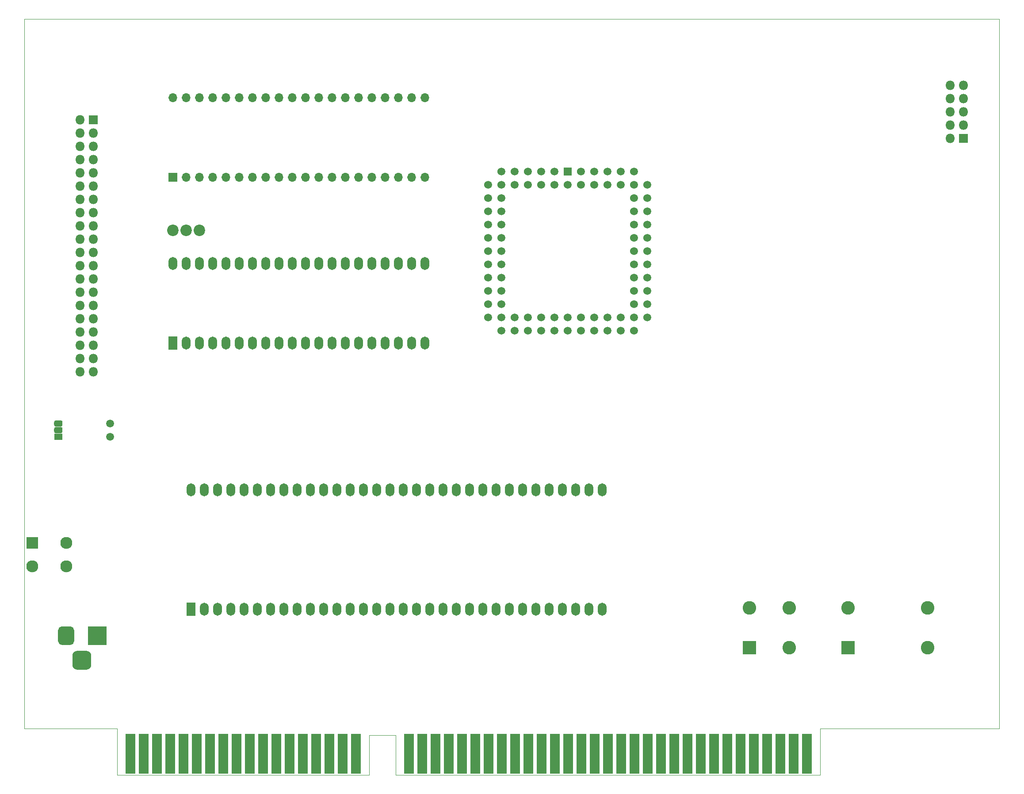
<source format=gbr>
%TF.GenerationSoftware,KiCad,Pcbnew,5.1.6-c6e7f7d~86~ubuntu18.04.1*%
%TF.CreationDate,2020-12-12T09:12:09+08:00*%
%TF.ProjectId,68k_dev,36386b5f-6465-4762-9e6b-696361645f70,rev?*%
%TF.SameCoordinates,Original*%
%TF.FileFunction,Soldermask,Bot*%
%TF.FilePolarity,Negative*%
%FSLAX46Y46*%
G04 Gerber Fmt 4.6, Leading zero omitted, Abs format (unit mm)*
G04 Created by KiCad (PCBNEW 5.1.6-c6e7f7d~86~ubuntu18.04.1) date 2020-12-12 09:12:09*
%MOMM*%
%LPD*%
G01*
G04 APERTURE LIST*
%TA.AperFunction,Profile*%
%ADD10C,0.050000*%
%TD*%
%ADD11O,1.700000X2.500000*%
%ADD12R,1.700000X2.500000*%
%ADD13C,2.200000*%
%ADD14R,1.880000X7.720000*%
%ADD15R,3.600000X3.600000*%
%ADD16C,1.500000*%
%ADD17R,1.700000X1.700000*%
%ADD18O,1.700000X1.700000*%
%ADD19R,2.600000X2.600000*%
%ADD20C,2.600000*%
%ADD21R,1.600000X1.150000*%
%ADD22C,1.522400*%
%ADD23R,1.522400X1.522400*%
%ADD24R,1.800000X1.800000*%
%ADD25O,1.800000X1.800000*%
%ADD26R,2.300000X2.300000*%
%ADD27C,2.300000*%
G04 APERTURE END LIST*
D10*
X34290000Y-149860000D02*
X16510000Y-149860000D01*
X34290000Y-158750000D02*
X34290000Y-149860000D01*
X82550000Y-158750000D02*
X34290000Y-158750000D01*
X82550000Y-151130000D02*
X82550000Y-158750000D01*
X87630000Y-151130000D02*
X82550000Y-151130000D01*
X87630000Y-158750000D02*
X87630000Y-151130000D01*
X168910000Y-158750000D02*
X87630000Y-158750000D01*
X168910000Y-149860000D02*
X168910000Y-158750000D01*
X170180000Y-149860000D02*
X168910000Y-149860000D01*
X16510000Y-13970000D02*
X16510000Y-149860000D01*
X203200000Y-13970000D02*
X16510000Y-13970000D01*
X203200000Y-149860000D02*
X203200000Y-13970000D01*
X170180000Y-149860000D02*
X203200000Y-149860000D01*
D11*
%TO.C,U1*%
X48387000Y-104140000D03*
X127127000Y-127000000D03*
X50927000Y-104140000D03*
X124587000Y-127000000D03*
X53467000Y-104140000D03*
X122047000Y-127000000D03*
X56007000Y-104140000D03*
X119507000Y-127000000D03*
X58547000Y-104140000D03*
X116967000Y-127000000D03*
X61087000Y-104140000D03*
X114427000Y-127000000D03*
X63627000Y-104140000D03*
X111887000Y-127000000D03*
X66167000Y-104140000D03*
X109347000Y-127000000D03*
X68707000Y-104140000D03*
X106807000Y-127000000D03*
X71247000Y-104140000D03*
X104267000Y-127000000D03*
X73787000Y-104140000D03*
X101727000Y-127000000D03*
X76327000Y-104140000D03*
X99187000Y-127000000D03*
X78867000Y-104140000D03*
X96647000Y-127000000D03*
X81407000Y-104140000D03*
X94107000Y-127000000D03*
X83947000Y-104140000D03*
X91567000Y-127000000D03*
X86487000Y-104140000D03*
X89027000Y-127000000D03*
X89027000Y-104140000D03*
X86487000Y-127000000D03*
X91567000Y-104140000D03*
X83947000Y-127000000D03*
X94107000Y-104140000D03*
X81407000Y-127000000D03*
X96647000Y-104140000D03*
X78867000Y-127000000D03*
X99187000Y-104140000D03*
X76327000Y-127000000D03*
X101727000Y-104140000D03*
X73787000Y-127000000D03*
X104267000Y-104140000D03*
X71247000Y-127000000D03*
X106807000Y-104140000D03*
X68707000Y-127000000D03*
X109347000Y-104140000D03*
X66167000Y-127000000D03*
X111887000Y-104140000D03*
X63627000Y-127000000D03*
X114427000Y-104140000D03*
X61087000Y-127000000D03*
X116967000Y-104140000D03*
X58547000Y-127000000D03*
X119507000Y-104140000D03*
X56007000Y-127000000D03*
X122047000Y-104140000D03*
X53467000Y-127000000D03*
X124587000Y-104140000D03*
X50927000Y-127000000D03*
X127127000Y-104140000D03*
D12*
X48387000Y-127000000D03*
%TD*%
D13*
%TO.C,J1*%
X50038000Y-54483000D03*
X47498000Y-54483000D03*
X44958000Y-54483000D03*
%TD*%
D14*
%TO.C,J2*%
X166370000Y-154686000D03*
X163830000Y-154686000D03*
X161290000Y-154686000D03*
X158750000Y-154686000D03*
X156210000Y-154686000D03*
X153670000Y-154686000D03*
X151130000Y-154686000D03*
X148590000Y-154686000D03*
X146050000Y-154686000D03*
X143510000Y-154686000D03*
X140970000Y-154686000D03*
X138430000Y-154686000D03*
X135890000Y-154686000D03*
X133350000Y-154686000D03*
X130810000Y-154686000D03*
X128270000Y-154686000D03*
X125730000Y-154686000D03*
X123190000Y-154686000D03*
X120650000Y-154686000D03*
X118110000Y-154686000D03*
X115570000Y-154686000D03*
X113030000Y-154686000D03*
X110490000Y-154686000D03*
X107950000Y-154686000D03*
X105410000Y-154686000D03*
X102870000Y-154686000D03*
X100330000Y-154686000D03*
X97790000Y-154686000D03*
X95250000Y-154686000D03*
X92710000Y-154686000D03*
X90170000Y-154686000D03*
X80010000Y-154686000D03*
X77470000Y-154686000D03*
X74930000Y-154686000D03*
X72390000Y-154686000D03*
X69850000Y-154686000D03*
X67310000Y-154686000D03*
X64770000Y-154686000D03*
X62230000Y-154686000D03*
X59690000Y-154686000D03*
X57150000Y-154686000D03*
X54610000Y-154686000D03*
X52070000Y-154686000D03*
X49530000Y-154686000D03*
X46990000Y-154686000D03*
X44450000Y-154686000D03*
X41910000Y-154686000D03*
X39370000Y-154686000D03*
X36830000Y-154686000D03*
%TD*%
D15*
%TO.C,J5*%
X30480000Y-132080000D03*
G36*
G01*
X22930000Y-133105000D02*
X22930000Y-131055000D01*
G75*
G02*
X23705000Y-130280000I775000J0D01*
G01*
X25255000Y-130280000D01*
G75*
G02*
X26030000Y-131055000I0J-775000D01*
G01*
X26030000Y-133105000D01*
G75*
G02*
X25255000Y-133880000I-775000J0D01*
G01*
X23705000Y-133880000D01*
G75*
G02*
X22930000Y-133105000I0J775000D01*
G01*
G37*
G36*
G01*
X25680000Y-137680000D02*
X25680000Y-135880000D01*
G75*
G02*
X26580000Y-134980000I900000J0D01*
G01*
X28380000Y-134980000D01*
G75*
G02*
X29280000Y-135880000I0J-900000D01*
G01*
X29280000Y-137680000D01*
G75*
G02*
X28380000Y-138580000I-900000J0D01*
G01*
X26580000Y-138580000D01*
G75*
G02*
X25680000Y-137680000I0J900000D01*
G01*
G37*
%TD*%
D16*
%TO.C,JP1*%
X32893000Y-91440000D03*
X32893000Y-93980000D03*
%TD*%
D17*
%TO.C,U14*%
X44958000Y-44323000D03*
D18*
X93218000Y-29083000D03*
X47498000Y-44323000D03*
X90678000Y-29083000D03*
X50038000Y-44323000D03*
X88138000Y-29083000D03*
X52578000Y-44323000D03*
X85598000Y-29083000D03*
X55118000Y-44323000D03*
X83058000Y-29083000D03*
X57658000Y-44323000D03*
X80518000Y-29083000D03*
X60198000Y-44323000D03*
X77978000Y-29083000D03*
X62738000Y-44323000D03*
X75438000Y-29083000D03*
X65278000Y-44323000D03*
X72898000Y-29083000D03*
X67818000Y-44323000D03*
X70358000Y-29083000D03*
X70358000Y-44323000D03*
X67818000Y-29083000D03*
X72898000Y-44323000D03*
X65278000Y-29083000D03*
X75438000Y-44323000D03*
X62738000Y-29083000D03*
X77978000Y-44323000D03*
X60198000Y-29083000D03*
X80518000Y-44323000D03*
X57658000Y-29083000D03*
X83058000Y-44323000D03*
X55118000Y-29083000D03*
X85598000Y-44323000D03*
X52578000Y-29083000D03*
X88138000Y-44323000D03*
X50038000Y-29083000D03*
X90678000Y-44323000D03*
X47498000Y-29083000D03*
X93218000Y-44323000D03*
X44958000Y-29083000D03*
%TD*%
D19*
%TO.C,X1*%
X155321000Y-134366000D03*
D20*
X155321000Y-126746000D03*
X162941000Y-126746000D03*
X162941000Y-134366000D03*
%TD*%
D19*
%TO.C,X2*%
X174244000Y-134366000D03*
D20*
X174244000Y-126746000D03*
X189484000Y-126746000D03*
X189484000Y-134366000D03*
%TD*%
%TO.C,IC1*%
G36*
G01*
X23499500Y-93285000D02*
X22474500Y-93285000D01*
G75*
G02*
X22187000Y-92997500I0J287500D01*
G01*
X22187000Y-92422500D01*
G75*
G02*
X22474500Y-92135000I287500J0D01*
G01*
X23499500Y-92135000D01*
G75*
G02*
X23787000Y-92422500I0J-287500D01*
G01*
X23787000Y-92997500D01*
G75*
G02*
X23499500Y-93285000I-287500J0D01*
G01*
G37*
G36*
G01*
X23499500Y-92015000D02*
X22474500Y-92015000D01*
G75*
G02*
X22187000Y-91727500I0J287500D01*
G01*
X22187000Y-91152500D01*
G75*
G02*
X22474500Y-90865000I287500J0D01*
G01*
X23499500Y-90865000D01*
G75*
G02*
X23787000Y-91152500I0J-287500D01*
G01*
X23787000Y-91727500D01*
G75*
G02*
X23499500Y-92015000I-287500J0D01*
G01*
G37*
D21*
X22987000Y-93980000D03*
%TD*%
D22*
%TO.C,U3*%
X120523000Y-45720000D03*
X117983000Y-45720000D03*
X115443000Y-45720000D03*
X112903000Y-45720000D03*
X110363000Y-45720000D03*
X123063000Y-45720000D03*
X125603000Y-45720000D03*
X128143000Y-45720000D03*
X130683000Y-45720000D03*
X133223000Y-45720000D03*
X135763000Y-45720000D03*
D23*
X120523000Y-43180000D03*
D22*
X117983000Y-43180000D03*
X115443000Y-43180000D03*
X112903000Y-43180000D03*
X110363000Y-43180000D03*
X107823000Y-43180000D03*
X123063000Y-43180000D03*
X125603000Y-43180000D03*
X128143000Y-43180000D03*
X130683000Y-43180000D03*
X133223000Y-43180000D03*
X107823000Y-45720000D03*
X107823000Y-48260000D03*
X107823000Y-50800000D03*
X107823000Y-53340000D03*
X107823000Y-55880000D03*
X107823000Y-58420000D03*
X107823000Y-60960000D03*
X107823000Y-63500000D03*
X107823000Y-66040000D03*
X107823000Y-68580000D03*
X105283000Y-45720000D03*
X105283000Y-48260000D03*
X105283000Y-50800000D03*
X105283000Y-53340000D03*
X105283000Y-55880000D03*
X105283000Y-58420000D03*
X105283000Y-60960000D03*
X105283000Y-63500000D03*
X105283000Y-66040000D03*
X105283000Y-68580000D03*
X105283000Y-71120000D03*
X107823000Y-71120000D03*
X110363000Y-71120000D03*
X112903000Y-71120000D03*
X115443000Y-71120000D03*
X117983000Y-71120000D03*
X120523000Y-71120000D03*
X123063000Y-71120000D03*
X125603000Y-71120000D03*
X128143000Y-71120000D03*
X130683000Y-71120000D03*
X107823000Y-73660000D03*
X110363000Y-73660000D03*
X112903000Y-73660000D03*
X115443000Y-73660000D03*
X117983000Y-73660000D03*
X120523000Y-73660000D03*
X123063000Y-73660000D03*
X125603000Y-73660000D03*
X128143000Y-73660000D03*
X130683000Y-73660000D03*
X133223000Y-73660000D03*
X133223000Y-71120000D03*
X133223000Y-68580000D03*
X133223000Y-66040000D03*
X133223000Y-63500000D03*
X133223000Y-60960000D03*
X133223000Y-58420000D03*
X133223000Y-55880000D03*
X133223000Y-53340000D03*
X133223000Y-50800000D03*
X133223000Y-48260000D03*
X135763000Y-71120000D03*
X135763000Y-68580000D03*
X135763000Y-66040000D03*
X135763000Y-63500000D03*
X135763000Y-60960000D03*
X135763000Y-58420000D03*
X135763000Y-55880000D03*
X135763000Y-53340000D03*
X135763000Y-50800000D03*
X135763000Y-48260000D03*
%TD*%
D12*
%TO.C,U2*%
X44958000Y-76073000D03*
D11*
X93218000Y-60833000D03*
X47498000Y-76073000D03*
X90678000Y-60833000D03*
X50038000Y-76073000D03*
X88138000Y-60833000D03*
X52578000Y-76073000D03*
X85598000Y-60833000D03*
X55118000Y-76073000D03*
X83058000Y-60833000D03*
X57658000Y-76073000D03*
X80518000Y-60833000D03*
X60198000Y-76073000D03*
X77978000Y-60833000D03*
X62738000Y-76073000D03*
X75438000Y-60833000D03*
X65278000Y-76073000D03*
X72898000Y-60833000D03*
X67818000Y-76073000D03*
X70358000Y-60833000D03*
X70358000Y-76073000D03*
X67818000Y-60833000D03*
X72898000Y-76073000D03*
X65278000Y-60833000D03*
X75438000Y-76073000D03*
X62738000Y-60833000D03*
X77978000Y-76073000D03*
X60198000Y-60833000D03*
X80518000Y-76073000D03*
X57658000Y-60833000D03*
X83058000Y-76073000D03*
X55118000Y-60833000D03*
X85598000Y-76073000D03*
X52578000Y-60833000D03*
X88138000Y-76073000D03*
X50038000Y-60833000D03*
X90678000Y-76073000D03*
X47498000Y-60833000D03*
X93218000Y-76073000D03*
X44958000Y-60833000D03*
%TD*%
D24*
%TO.C,J4*%
X196342000Y-36830000D03*
D25*
X193802000Y-36830000D03*
X196342000Y-34290000D03*
X193802000Y-34290000D03*
X196342000Y-31750000D03*
X193802000Y-31750000D03*
X196342000Y-29210000D03*
X193802000Y-29210000D03*
X196342000Y-26670000D03*
X193802000Y-26670000D03*
%TD*%
D24*
%TO.C,J3*%
X29718000Y-33274000D03*
D25*
X27178000Y-33274000D03*
X29718000Y-35814000D03*
X27178000Y-35814000D03*
X29718000Y-38354000D03*
X27178000Y-38354000D03*
X29718000Y-40894000D03*
X27178000Y-40894000D03*
X29718000Y-43434000D03*
X27178000Y-43434000D03*
X29718000Y-45974000D03*
X27178000Y-45974000D03*
X29718000Y-48514000D03*
X27178000Y-48514000D03*
X29718000Y-51054000D03*
X27178000Y-51054000D03*
X29718000Y-53594000D03*
X27178000Y-53594000D03*
X29718000Y-56134000D03*
X27178000Y-56134000D03*
X29718000Y-58674000D03*
X27178000Y-58674000D03*
X29718000Y-61214000D03*
X27178000Y-61214000D03*
X29718000Y-63754000D03*
X27178000Y-63754000D03*
X29718000Y-66294000D03*
X27178000Y-66294000D03*
X29718000Y-68834000D03*
X27178000Y-68834000D03*
X29718000Y-71374000D03*
X27178000Y-71374000D03*
X29718000Y-73914000D03*
X27178000Y-73914000D03*
X29718000Y-76454000D03*
X27178000Y-76454000D03*
X29718000Y-78994000D03*
X27178000Y-78994000D03*
X29718000Y-81534000D03*
X27178000Y-81534000D03*
%TD*%
D26*
%TO.C,SW1*%
X18034000Y-114300000D03*
D27*
X24534000Y-114300000D03*
X24534000Y-118800000D03*
X18034000Y-118800000D03*
%TD*%
M02*

</source>
